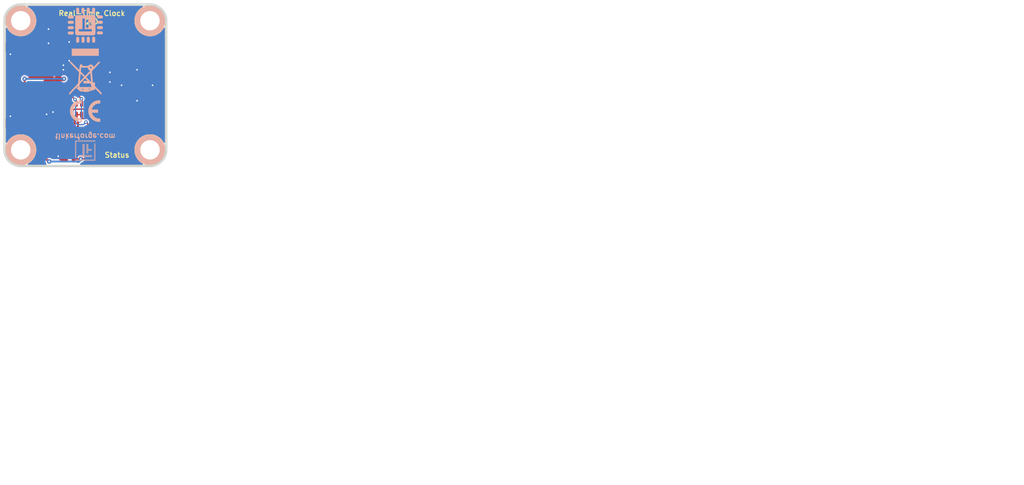
<source format=kicad_pcb>
(kicad_pcb (version 20221018) (generator pcbnew)
  (title_block (title "Real Time Clock Bricklet") (date "2018-01-15") (rev "2.0") (company "Tinkerforge GmbH") (comment 1 "Licensed under CERN OHL v.1.1") (comment 2 "Copyright (©) 2018, B.Nordmeyer <bastian@tinkerforge.com>"))
  (layers (0 "F.Cu" signal "Vorderseite") (31 "B.Cu" signal "Rückseite") (34 "B.Paste" user) (35 "F.Paste" user) (36 "B.SilkS" user "B.Silkscreen") (37 "F.SilkS" user "F.Silkscreen") (38 "B.Mask" user) (39 "F.Mask" user) (44 "Edge.Cuts" user))
  (net 0 "")
  (net 1 "GND")
  (net 2 "SCL")
  (net 3 "SDA")
  (net 4 "Net-(P1-Pad6)")
  (net 5 "Net-(U2-Pad1)")
  (net 6 "Net-(U2-Pad2)")
  (net 7 "3V3")
  (net 8 "Net-(BT1-Pad1)")
  (net 9 "Net-(C1-Pad1)")
  (net 10 "Net-(D1-Pad2)")
  (net 11 "Net-(P1-Pad4)")
  (net 12 "Net-(P1-Pad5)")
  (net 13 "Net-(P2-Pad1)")
  (net 14 "Net-(P3-Pad2)")
  (net 15 "S-MISO")
  (net 16 "S-MOSI")
  (net 17 "S-CLK")
  (net 18 "S-CS")
  (net 19 "INT")
  (net 20 "Net-(R1-Pad1)")
  (net 21 "Net-(P1-Pad1)")
  (net 22 "Net-(RP2-Pad4)")
  (net 23 "Net-(U1-Pad3)")
  (net 24 "Net-(U1-Pad4)")
  (net 25 "Net-(U1-Pad5)")
  (net 26 "Net-(U1-Pad6)")
  (net 27 "Net-(U1-Pad7)")
  (net 28 "Net-(U1-Pad8)")
  (net 29 "Net-(U1-Pad11)")
  (net 30 "Net-(U1-Pad12)")
  (net 31 "Net-(U1-Pad14)")
  (net 32 "Net-(U1-Pad15)")
  (net 33 "Net-(U1-Pad18)")
  (net 34 "Net-(U1-Pad21)")
  (footprint "kicad-libraries:DRILL_NP" (layer "F.Cu") (at 147.8 110.6 90)
    (fp_text reference "U4" hide)
    (fp_text value "DRILL" hide)
    (pad "" np_thru_hole circle (at 0 0 90) (size 2.99974 2.99974) (drill 2.99974) (layers "*.Cu" "*.Mask" "F.SilkS") (clearance 0.89916))
  )
  (footprint "kicad-libraries:DRILL_NP" (layer "F.Cu") (at 147.8 90.6)
    (fp_text reference "U5" hide)
    (fp_text value "DRILL" hide)
    (pad "" np_thru_hole circle (at 0 0) (size 2.99974 2.99974) (drill 2.99974) (layers "*.Cu" "*.Mask" "F.SilkS") (clearance 0.89916))
  )
  (footprint "kicad-libraries:DRILL_NP" (layer "F.Cu") (at 127.8 110.6 90)
    (fp_text reference "U6" hide)
    (fp_text value "DRILL" hide)
    (pad "" np_thru_hole circle (at 0 0 90) (size 2.99974 2.99974) (drill 2.99974) (layers "*.Cu" "*.Mask" "F.SilkS") (clearance 0.89916))
  )
  (footprint "kicad-libraries:SO-8" (layer "F.Cu") (at 137.2 98.2 180)
    (fp_text reference "U2")
    (fp_text value "PCF85263AT")
    (pad "1" smd rect (at -1.90246 2.86766) (size 0.79756 2.19964) (layers "F.Cu" "F.Paste" "F.Mask") (net 5 "Net-(U2-Pad1)"))
    (pad "2" smd rect (at -0.63246 2.86766) (size 0.79756 2.19964) (layers "F.Cu" "F.Paste" "F.Mask") (net 6 "Net-(U2-Pad2)"))
    (pad "3" smd rect (at 0.63246 2.86766) (size 0.79756 2.19964) (layers "F.Cu" "F.Paste" "F.Mask") (net 8 "Net-(BT1-Pad1)"))
    (pad "4" smd rect (at 1.90246 2.86766) (size 0.79756 2.19964) (layers "F.Cu" "F.Paste" "F.Mask") (net 1 "GND"))
    (pad "5" smd rect (at 1.90246 -2.86766 180) (size 0.79756 2.19964) (layers "F.Cu" "F.Paste" "F.Mask") (net 3 "SDA"))
    (pad "6" smd rect (at 0.63246 -2.86766 180) (size 0.79756 2.19964) (layers "F.Cu" "F.Paste" "F.Mask") (net 2 "SCL"))
    (pad "7" smd rect (at -0.63246 -2.86766 180) (size 0.79756 2.19964) (layers "F.Cu" "F.Paste" "F.Mask") (net 19 "INT"))
    (pad "8" smd rect (at -1.90246 -2.86766 180) (size 0.79756 2.19964) (layers "F.Cu" "F.Paste" "F.Mask") (net 7 "3V3"))
  )
  (footprint "kicad-libraries:DRILL_NP" (layer "F.Cu") (at 127.8 90.6 -90)
    (fp_text reference "U3" hide)
    (fp_text value "DRILL" hide)
    (pad "" np_thru_hole circle (at 0 0 270) (size 2.99974 2.99974) (drill 2.99974) (layers "*.Cu" "*.Mask" "F.SilkS") (clearance 0.89916))
  )
  (footprint "kicad-libraries:AB26TRQ" (layer "F.Cu") (at 132.1 93 90)
    (fp_text reference "X1")
    (fp_text value "32.768kHz")
    (pad "1" smd rect (at -0.45 5.55 90) (size 0.6 1.1) (layers "F.Cu" "F.Paste" "F.Mask") (net 6 "Net-(U2-Pad2)"))
    (pad "2" smd rect (at 0.45 5.55 90) (size 0.6 1.1) (layers "F.Cu" "F.Paste" "F.Mask") (net 5 "Net-(U2-Pad1)"))
    (pad "3" smd rect (at 0 0 90) (size 1.5 2.4) (layers "F.Cu" "F.Paste" "F.Mask") (net 1 "GND"))
  )
  (footprint "kicad-libraries:BATTERY_HOLDER_2998" (layer "F.Cu") (at 145.8 100.6 90)
    (fp_text reference "BT1")
    (fp_text value "BATTERY")
    (pad "1" smd rect (at -4.7 0 90) (size 1.78 5.08) (layers "F.Cu" "F.Paste" "F.Mask") (net 8 "Net-(BT1-Pad1)"))
    (pad "1" smd rect (at 4.7 0 90) (size 1.78 5.08) (layers "F.Cu" "F.Paste" "F.Mask") (net 8 "Net-(BT1-Pad1)"))
    (pad "2" smd rect (at 0 0 90) (size 3.96 3.96) (layers "F.Cu" "F.Mask") (net 1 "GND"))
  )
  (footprint "kicad-libraries:Fiducial_Mark" (layer "F.Cu") (at 144.8 107.6)
    (fp_text reference "Fiducial_Mark" hide)
    (fp_text value "VAL**" hide)
    (pad "1" smd circle (at 0 0) (size 1.00076 1.00076) (layers "F.Cu" "F.Paste" "F.Mask") (clearance 0.65024))
  )
  (footprint "kicad-libraries:Fiducial_Mark" (layer "F.Cu") (at 131.8 89.6)
    (fp_text reference "Fiducial_Mark" hide)
    (fp_text value "VAL**" hide)
    (pad "1" smd circle (at 0 0) (size 1.00076 1.00076) (layers "F.Cu" "F.Paste" "F.Mask") (clearance 0.65024))
  )
  (footprint "kicad-libraries:Fiducial_Mark" (layer "F.Cu") (at 143.8 93.1)
    (fp_text reference "Fiducial_Mark" hide)
    (fp_text value "VAL**" hide)
    (pad "1" smd circle (at 0 0) (size 1.00076 1.00076) (layers "F.Cu" "F.Paste" "F.Mask") (clearance 0.65024))
  )
  (footprint "kicad-libraries:C0805E" (layer "F.Cu") (at 132.1 98.7 90)
    (fp_text reference "C2")
    (fp_text value "10uF")
    (pad "1" smd rect (at -0.95 0 90) (size 1.3 1.5) (layers "F.Cu" "F.Paste" "F.Mask") (net 7 "3V3") (clearance 0.14986))
    (pad "2" smd rect (at 0.95 0 90) (size 1.3 1.5) (layers "F.Cu" "F.Paste" "F.Mask") (net 1 "GND") (clearance 0.14986))
  )
  (footprint "kicad-libraries:C0603F" (layer "F.Cu") (at 133.6 98.9 90)
    (fp_text reference "C3")
    (fp_text value "100nF")
    (pad "1" smd rect (at -0.75 0 90) (size 0.9 0.9) (layers "F.Cu" "F.Paste" "F.Mask") (net 7 "3V3"))
    (pad "2" smd rect (at 0.75 0 90) (size 0.9 0.9) (layers "F.Cu" "F.Paste" "F.Mask") (net 1 "GND"))
  )
  (footprint "kicad-libraries:C0603F" (layer "F.Cu") (at 135.4 112 180)
    (fp_text reference "C4")
    (fp_text value "100nF")
    (pad "1" smd rect (at -0.75 0 180) (size 0.9 0.9) (layers "F.Cu" "F.Paste" "F.Mask") (net 7 "3V3"))
    (pad "2" smd rect (at 0.75 0 180) (size 0.9 0.9) (layers "F.Cu" "F.Paste" "F.Mask") (net 1 "GND"))
  )
  (footprint "kicad-libraries:C0603F" (layer "F.Cu") (at 140.8 100.8 90)
    (fp_text reference "C5")
    (fp_text value "100nF")
    (pad "1" smd rect (at -0.75 0 90) (size 0.9 0.9) (layers "F.Cu" "F.Paste" "F.Mask") (net 7 "3V3"))
    (pad "2" smd rect (at 0.75 0 90) (size 0.9 0.9) (layers "F.Cu" "F.Paste" "F.Mask") (net 1 "GND"))
  )
  (footprint "kicad-libraries:C0603F" (layer "F.Cu") (at 140.8 97.8 -90)
    (fp_text reference "C6")
    (fp_text value "100nF")
    (pad "1" smd rect (at -0.75 0 270) (size 0.9 0.9) (layers "F.Cu" "F.Paste" "F.Mask") (net 8 "Net-(BT1-Pad1)"))
    (pad "2" smd rect (at 0.75 0 270) (size 0.9 0.9) (layers "F.Cu" "F.Paste" "F.Mask") (net 1 "GND"))
  )
  (footprint "kicad-libraries:D0603F" (layer "F.Cu") (at 142.7 109.9 180)
    (fp_text reference "D1")
    (fp_text value "blue")
    (pad "1" smd rect (at -0.75 0 180) (size 0.9 0.9) (layers "F.Cu" "F.Paste" "F.Mask") (net 7 "3V3"))
    (pad "2" smd rect (at 0.75 0 180) (size 0.9 0.9) (layers "F.Cu" "F.Paste" "F.Mask") (net 10 "Net-(D1-Pad2)"))
  )
  (footprint "kicad-libraries:CON-SENSOR2" (layer "F.Cu") (at 125.3 100.6 -90)
    (fp_text reference "P1")
    (fp_text value "CON-SENSOR")
    (pad "1" smd rect (at -3.75 -4.6 270) (size 0.6 1.8) (layers "F.Cu" "F.Paste" "F.Mask") (net 21 "Net-(P1-Pad1)"))
    (pad "2" smd rect (at -2.5 -4.6 270) (size 0.6 1.8) (layers "F.Cu" "F.Paste" "F.Mask") (net 1 "GND"))
    (pad "3" smd rect (at -1.25 -4.6 270) (size 0.6 1.8) (layers "F.Cu" "F.Paste" "F.Mask") (net 7 "3V3"))
    (pad "4" smd rect (at 0 -4.6 270) (size 0.6 1.8) (layers "F.Cu" "F.Paste" "F.Mask") (net 11 "Net-(P1-Pad4)"))
    (pad "5" smd rect (at 1.25 -4.6 270) (size 0.6 1.8) (layers "F.Cu" "F.Paste" "F.Mask") (net 12 "Net-(P1-Pad5)"))
    (pad "6" smd rect (at 2.5 -4.6 270) (size 0.6 1.8) (layers "F.Cu" "F.Paste" "F.Mask") (net 4 "Net-(P1-Pad6)"))
    (pad "7" smd rect (at 3.75 -4.6 270) (size 0.6 1.8) (layers "F.Cu" "F.Paste" "F.Mask") (net 9 "Net-(C1-Pad1)"))
    (pad "EP" smd rect (at -5.9 -1.2 270) (size 1.4 2.4) (layers "F.Cu" "F.Paste" "F.Mask") (net 1 "GND"))
    (pad "EP" smd rect (at 5.9 -1.2 270) (size 1.4 2.4) (layers "F.Cu" "F.Paste" "F.Mask") (net 1 "GND"))
  )
  (footprint "kicad-libraries:DEBUG_PAD" (layer "F.Cu") (at 138.9 108.4)
    (fp_text reference "P2")
    (fp_text value "Debug")
    (pad "1" smd circle (at 0 0) (size 0.7 0.7) (layers "F.Cu" "F.Paste" "F.Mask") (net 13 "Net-(P2-Pad1)"))
  )
  (footprint "kicad-libraries:SolderJumper" (layer "F.Cu") (at 131.8 106.3 -90)
    (fp_text reference "P3")
    (fp_text value "Boot")
    (pad "1" smd rect (at -0.5 0 270) (size 0.4 1.4) (layers "F.Cu" "F.Mask") (net 1 "GND"))
    (pad "1" smd rect (at -0.225 -0.55 270) (size 0.95 0.3) (layers "F.Cu" "F.Mask") (net 1 "GND"))
    (pad "1" smd rect (at -0.225 0.55 270) (size 0.95 0.3) (layers "F.Cu" "F.Mask") (net 1 "GND"))
    (pad "2" smd rect (at 0.15 0 270) (size 0.6 0.5) (layers "F.Cu" "F.Mask") (net 14 "Net-(P3-Pad2)"))
    (pad "2" smd rect (at 0.55 0 270) (size 0.3 1.4) (layers "F.Cu" "F.Mask") (net 14 "Net-(P3-Pad2)"))
  )
  (footprint "kicad-libraries:R0603F" (layer "F.Cu") (at 139.6 109.9)
    (fp_text reference "R1")
    (fp_text value "1k")
    (pad "1" smd rect (at -0.75 0) (size 0.9 0.9) (layers "F.Cu" "F.Paste" "F.Mask") (net 20 "Net-(R1-Pad1)"))
    (pad "2" smd rect (at 0.75 0) (size 0.9 0.9) (layers "F.Cu" "F.Paste" "F.Mask") (net 10 "Net-(D1-Pad2)"))
  )
  (footprint "kicad-libraries:4X0402" (layer "F.Cu") (at 132.3 102.4 -90)
    (fp_text reference "RP1")
    (fp_text value "82")
    (pad "1" smd rect (at -0.7493 0.575 90) (size 0.29972 0.65) (layers "F.Cu" "F.Paste" "F.Mask") (net 11 "Net-(P1-Pad4)"))
    (pad "2" smd rect (at -0.24892 0.575 90) (size 0.29972 0.65) (layers "F.Cu" "F.Paste" "F.Mask") (net 12 "Net-(P1-Pad5)"))
    (pad "3" smd rect (at 0.24892 0.575 90) (size 0.29972 0.65) (layers "F.Cu" "F.Paste" "F.Mask") (net 4 "Net-(P1-Pad6)"))
    (pad "4" smd rect (at 0.7493 0.575 90) (size 0.29972 0.65) (layers "F.Cu" "F.Paste" "F.Mask") (net 9 "Net-(C1-Pad1)"))
    (pad "5" smd rect (at 0.7493 -0.575 270) (size 0.29972 0.65) (layers "F.Cu" "F.Paste" "F.Mask") (net 15 "S-MISO"))
    (pad "6" smd rect (at 0.24892 -0.575 270) (size 0.29972 0.65) (layers "F.Cu" "F.Paste" "F.Mask") (net 16 "S-MOSI"))
    (pad "7" smd rect (at -0.24892 -0.575 270) (size 0.29972 0.65) (layers "F.Cu" "F.Paste" "F.Mask") (net 17 "S-CLK"))
    (pad "8" smd rect (at -0.7493 -0.575 270) (size 0.29972 0.65) (layers "F.Cu" "F.Paste" "F.Mask") (net 18 "S-CS"))
  )
  (footprint "kicad-libraries:4X0603" (layer "F.Cu") (at 137.6 104.3)
    (fp_text reference "RP2")
    (fp_text value "2k2")
    (pad "1" smd rect (at -1.19888 -0.8509) (size 0.44958 0.89916) (layers "F.Cu" "F.Paste" "F.Mask") (net 3 "SDA"))
    (pad "2" smd rect (at -0.39878 -0.8509) (size 0.44958 0.89916) (layers "F.Cu" "F.Paste" "F.Mask") (net 2 "SCL"))
    (pad "3" smd rect (at 0.39878 -0.8509) (size 0.44958 0.89916) (layers "F.Cu" "F.Paste" "F.Mask") (net 19 "INT"))
    (pad "4" smd rect (at 1.19888 -0.8509) (size 0.44958 0.89916) (layers "F.Cu" "F.Paste" "F.Mask") (net 22 "Net-(RP2-Pad4)"))
    (pad "5" smd rect (at 1.19888 0.8509) (size 0.44958 0.89916) (layers "F.Cu" "F.Paste" "F.Mask") (net 7 "3V3"))
    (pad "6" smd rect (at 0.39878 0.8509) (size 0.44958 0.89916) (layers "F.Cu" "F.Paste" "F.Mask") (net 7 "3V3"))
    (pad "7" smd rect (at -0.39878 0.8509) (size 0.44958 0.89916) (layers "F.Cu" "F.Paste" "F.Mask") (net 7 "3V3"))
    (pad "8" smd rect (at -1.19888 0.8509) (size 0.44958 0.89916) (layers "F.Cu" "F.Paste" "F.Mask") (net 7 "3V3"))
  )
  (footprint "kicad-libraries:QFN24-4x4mm-0.5mm" (layer "F.Cu") (at 135.4 108.7)
    (fp_text reference "U1")
    (fp_text value "XMC1100")
    (pad "1" smd oval (at -2.025 -1.25) (size 1 0.3) (layers "F.Cu" "F.Paste" "F.Mask") (net 15 "S-MISO"))
    (pad "2" smd oval (at -2.025 -0.75) (size 1 0.3) (layers "F.Cu" "F.Paste" "F.Mask") (net 14 "Net-(P3-Pad2)"))
    (pad "3" smd oval (at -2.025 -0.25) (size 1 0.3) (layers "F.Cu" "F.Paste" "F.Mask") (net 23 "Net-(U1-Pad3)"))
    (pad "4" smd oval (at -2.025 0.25) (size 1 0.3) (layers "F.Cu" "F.Paste" "F.Mask") (net 24 "Net-(U1-Pad4)"))
    (pad "5" smd oval (at -2.025 0.75) (size 1 0.3) (layers "F.Cu" "F.Paste" "F.Mask") (net 25 "Net-(U1-Pad5)"))
    (pad "6" smd oval (at -2.025 1.25) (size 1 0.3) (layers "F.Cu" "F.Paste" "F.Mask") (net 26 "Net-(U1-Pad6)"))
    (pad "7" smd oval (at -1.25 2.025 90) (size 1 0.3) (layers "F.Cu" "F.Paste" "F.Mask") (net 27 "Net-(U1-Pad7)"))
    (pad "8" smd oval (at -0.75 2.025 90) (size 1 0.3) (layers "F.Cu" "F.Paste" "F.Mask") (net 28 "Net-(U1-Pad8)"))
    (pad "9" smd oval (at -0.25 2.025 90) (size 1 0.3) (layers "F.Cu" "F.Paste" "F.Mask") (net 1 "GND"))
    (pad "10" smd oval (at 0.25 2.025 90) (size 1 0.3) (layers "F.Cu" "F.Paste" "F.Mask") (net 7 "3V3"))
    (pad "11" smd oval (at 0.75 2.025 90) (size 1 0.3) (layers "F.Cu" "F.Paste" "F.Mask") (net 29 "Net-(U1-Pad11)"))
    (pad "12" smd oval (at 1.25 2.025 90) (size 1 0.3) (layers "F.Cu" "F.Paste" "F.Mask") (net 30 "Net-(U1-Pad12)"))
    (pad "13" smd oval (at 2.025 1.25) (size 1 0.3) (layers "F.Cu" "F.Paste" "F.Mask") (net 20 "Net-(R1-Pad1)"))
    (pad "14" smd oval (at 2.025 0.75) (size 1 0.3) (layers "F.Cu" "F.Paste" "F.Mask") (net 31 "Net-(U1-Pad14)"))
    (pad "15" smd oval (at 2.025 0.25) (size 1 0.3) (layers "F.Cu" "F.Paste" "F.Mask") (net 32 "Net-(U1-Pad15)"))
    (pad "16" smd oval (at 2.025 -0.25) (size 1 0.3) (layers "F.Cu" "F.Paste" "F.Mask") (net 13 "Net-(P2-Pad1)"))
    (pad "17" smd oval (at 2.025 -0.75) (size 1 0.3) (layers "F.Cu" "F.Paste" "F.Mask") (net 3 "SDA"))
    (pad "18" smd oval (at 2.025 -1.25) (size 1 0.3) (layers "F.Cu" "F.Paste" "F.Mask") (net 33 "Net-(U1-Pad18)"))
    (pad "19" smd oval (at 1.25 -2.025 90) (size 1 0.3) (layers "F.Cu" "F.Paste" "F.Mask") (net 2 "SCL"))
    (pad "20" smd oval (at 0.75 -2.025 90) (size 1 0.3) (layers "F.Cu" "F.Paste" "F.Mask") (net 19 "INT"))
    (pad "21" smd oval (at 0.25 -2.025 90) (size 1 0.3) (layers "F.Cu" "F.Paste" "F.Mask") (net 34 "Net-(U1-Pad21)"))
    (pad "22" smd oval (at -0.25 -2.025 90) (size 1 0.3) (layers "F.Cu" "F.Paste" "F.Mask") (net 18 "S-CS"))
    (pad "23" smd oval (at -0.75 -2.025 90) (size 1 0.3) (layers "F.Cu" "F.Paste" "F.Mask") (net 17 "S-CLK"))
    (pad "24" smd oval (at -1.25 -2.025 90) (size 1 0.3) (layers "F.Cu" "F.Paste" "F.Mask") (net 16 "S-MOSI"))
    (pad "EXP" smd rect (at -0.65 -0.65) (size 1.3 1.3) (layers "F.Cu" "F.Paste" "F.Mask") (net 1 "GND"))
    (pad "EXP" smd rect (at -0.65 0.65) (size 1.3 1.3) (layers "F.Cu" "F.Paste" "F.Mask") (net 1 "GND"))
    (pad "EXP" smd rect (at 0.65 -0.65) (size 1.3 1.3) (layers "F.Cu" "F.Paste" "F.Mask") (net 1 "GND"))
    (pad "EXP" smd rect (at 0.65 0.65) (size 1.3 1.3) (layers "F.Cu" "F.Paste" "F.Mask") (net 1 "GND"))
  )
  (footprint "kicad-libraries:C0402F" (layer "F.Cu") (at 132.3 104.1)
    (fp_text reference "C1")
    (fp_text value "220pF")
    (pad "1" smd rect (at -0.5 0) (size 0.6 0.7) (layers "F.Cu" "F.Paste" "F.Mask") (net 9 "Net-(C1-Pad1)"))
    (pad "2" smd rect (at 0.5 0) (size 0.6 0.7) (layers "F.Cu" "F.Paste" "F.Mask") (net 1 "GND"))
  )
  (footprint "kicad-libraries:Logo_31x31" (layer "B.Cu") (at 136.2 112.3)
    (fp_text reference "G***" hide)
    (fp_text value "Logo_31x31" hide)
  )
  (footprint "kicad-libraries:WEEE_7mm" (layer "B.Cu") (at 137.8 98.5)
    (fp_text reference "VAL" hide)
    (fp_text value "WEEE_7mm_back" hide)
  )
  (footprint "kicad-libraries:CE_5mm" (layer "B.Cu") (at 137.8 104.6)
    (fp_text reference "VAL" hide)
    (fp_text value "CE_5mm" hide)
  )
  (footprint "kicad-libraries:Logo_CoMCU" (layer "B.Cu") (at 137.8 91.3)
    (fp_text reference "G***" hide)
    (fp_text value "LOGO" hide)
  )
  (gr_line (start 127.8 113.1) (end 147.8 113.1) (stroke (width 0.381)) (layer "Edge.Cuts"))
  (gr_line (start 147.8 88.1) (end 127.8 88.1) (stroke (width 0.381)) (layer "Edge.Cuts"))
  (gr_arc (start 127.8 113.1) (mid 126.032233 112.367767) (end 125.3 110.6) (stroke (width 0.381)) (layer "Edge.Cuts"))
  (gr_line (start 150.3 110.6) (end 150.3 90.6) (stroke (width 0.381)) (layer "Edge.Cuts"))
  (gr_arc (start 150.3 110.6) (mid 149.567767 112.367767) (end 147.8 113.1) (stroke (width 0.381)) (layer "Edge.Cuts"))
  (gr_arc (start 125.3 90.6) (mid 126.032233 88.832233) (end 127.8 88.1) (stroke (width 0.381)) (layer "Edge.Cuts"))
  (gr_line (start 125.3 90.6) (end 125.3 110.6) (stroke (width 0.381)) (layer "Edge.Cuts"))
  (gr_arc (start 147.8 88.1) (mid 149.567767 88.832233) (end 150.3 90.6) (stroke (width 0.381)) (layer "Edge.Cuts"))
  (gr_text "tinkerforge.com" (at 137.8 108.5 180) (layer "B.SilkS") (effects (font (size 0.8001 0.8001) (thickness 0.14986)) (justify mirror)))
  (gr_text "Real-Time Clock\n2.0" (at 138.8 90.1) (layer "F.SilkS") (effects (font (size 0.8001 0.8001) (thickness 0.14986))))
  (gr_text "Status" (at 142.7 111.4) (layer "F.SilkS") (effects (font (size 0.8001 0.8001) (thickness 0.14986))))
  (segment (start 126.19916 105.40084) (end 126.2 105.4) (width 0.8001) (layer "F.Cu") (net 1))
  (segment (start 126.19916 95.79916) (end 126.2 95.8) (width 0.8001) (layer "F.Cu") (net 1))
  (segment (start 130.9 98.1) (end 131.25 97.75) (width 0.59944) (layer "F.Cu") (net 1))
  (segment (start 131.25 97.75) (end 132.1 97.75) (width 0.59944) (layer "F.Cu") (net 1))
  (segment (start 132.75 97.75) (end 133.15 98.15) (width 0.59944) (layer "F.Cu") (net 1))
  (segment (start 133.15 98.15) (end 133.6 98.15) (width 0.59944) (layer "F.Cu") (net 1))
  (segment (start 134.35 98.15) (end 134.4 98.2) (width 0.59944) (layer "F.Cu") (net 1))
  (segment (start 133.75 98.15) (end 134.4 97.5) (width 0.59944) (layer "F.Cu") (net 1))
  (segment (start 134 112) (end 133.6 111.6) (width 0.5) (layer "F.Cu") (net 1))
  (segment (start 135.15 111.25) (end 134.65 111.75) (width 0.29972) (layer "F.Cu") (net 1))
  (segment (start 134.65 111.75) (end 134.65 112) (width 0.29972) (layer "F.Cu") (net 1))
  (segment (start 135.15 109.75) (end 134.75 109.35) (width 0.29972) (layer "F.Cu") (net 1))
  (segment (start 141.55 100.05) (end 141.6 100.1) (width 0.5) (layer "F.Cu") (net 1))
  (segment (start 141.55 98.55) (end 141.6 98.6) (width 0.5) (layer "F.Cu") (net 1))
  (segment (start 135.29754 96.79754) (end 135.3 96.8) (width 0.5) (layer "F.Cu") (net 1))
  (segment (start 135.29754 93.90246) (end 135.3 93.9) (width 0.5) (layer "F.Cu") (net 1))
  (segment (start 131.25 105.85) (end 131.3 105.8) (width 0.2) (layer "F.Cu") (net 1))
  (segment (start 131.3 105.8) (end 131.8 105.8) (width 0.2) (layer "F.Cu") (net 1))
  (segment (start 132.3 105.8) (end 132.3 106.2) (width 0.2) (layer "F.Cu") (net 1))
  (segment (start 132.3 106.2) (end 132.35 106.075) (width 0.2) (layer "F.Cu") (net 1))
  (segment (start 132.1 93) (end 132.1 91.9) (width 0.5) (layer "F.Cu") (net 1))
  (segment (start 140.8 98.55) (end 141.55 98.55) (width 0.5) (layer "F.Cu") (net 1))
  (segment (start 131.25 106.075) (end 131.25 105.85) (width 0.2) (layer "F.Cu") (net 1))
  (segment (start 134.65 112) (end 134 112) (width 0.5) (layer "F.Cu") (net 1))
  (segment (start 126.19916 106.39882) (end 126.19916 105.40084) (width 0.8001) (layer "F.Cu") (net 1))
  (segment (start 135.15 110.725) (end 135.15 109.75) (width 0.29972) (layer "F.Cu") (net 1))
  (segment (start 133.6 98.15) (end 133.75 98.15) (width 0.59944) (layer "F.Cu") (net 1))
  (segment (start 131.8 105.8) (end 131.8 105.1) (width 0.2) (layer "F.Cu") (net 1))
  (segment (start 145.8 100.6) (end 145.8 98.2) (width 0.8001) (layer "F.Cu") (net 1))
  (segment (start 126.19916 94.80118) (end 126.19916 95.79916) (width 0.8001) (layer "F.Cu") (net 1))
  (segment (start 132.1 97.75) (end 132.75 97.75) (width 0.59944) (layer "F.Cu") (net 1))
  (segment (start 132.8 104.1) (end 132.8 104.75) (width 0.5) (layer "F.Cu") (net 1))
  (segment (start 134.75 109.35) (end 136.05 109.35) (width 0.29972) (layer "F.Cu") (net 1))
  (segment (start 145.8 100.6) (end 148.2 100.6) (width 0.8001) (layer "F.Cu") (net 1))
  (segment (start 131.8 105.8) (end 132.3 105.8) (width 0.2) (layer "F.Cu") (net 1))
  (segment (start 140.8 100.05) (end 141.55 100.05) (width 0.5) (layer "F.Cu") (net 1))
  (segment (start 135.29754 95.33234) (end 135.29754 93.90246) (width 0.5) (layer "F.Cu") (net 1))
  (segment (start 129.9 98.1) (end 130.9 98.1) (width 0.59944) (layer "F.Cu") (net 1))
  (segment (start 145.8 100.6) (end 145.8 103) (width 0.8001) (layer "F.Cu") (net 1))
  (segment (start 135.15 110.725) (end 135.15 111.25) (width 0.29972) (layer "F.Cu") (net 1))
  (segment (start 135.29754 95.33234) (end 135.29754 96.79754) (width 0.5) (layer "F.Cu") (net 1))
  (segment (start 132.1 93) (end 132.1 94.1) (width 0.5) (layer "F.Cu") (net 1))
  (segment (start 136.05 109.35) (end 136.05 108.05) (width 0.29972) (layer "F.Cu") (net 1))
  (segment (start 134.75 109.35) (end 134.75 108.05) (width 0.29972) (layer "F.Cu") (net 1))
  (segment (start 145.8 100.6) (end 143.4 100.6) (width 0.8001) (layer "F.Cu") (net 1))
  (segment (start 133.6 98.15) (end 134.35 98.15) (width 0.59944) (layer "F.Cu") (net 1))
  (via (at 143.4 100.6) (size 0.70104) (drill 0.24892) (layers "F.Cu" "B.Cu") (net 1))
  (via (at 141.6 98.6) (size 0.7) (drill 0.25) (layers "F.Cu" "B.Cu") (net 1))
  (via (at 135.3 93.9) (size 0.7) (drill 0.25) (layers "F.Cu" "B.Cu") (net 1))
  (via (at 141.6 100.1) (size 0.7) (drill 0.25) (layers "F.Cu" "B.Cu") (net 1))
  (via (at 148.2 100.6) (size 0.70104) (drill 0.24892) (layers "F.Cu" "B.Cu") (net 1))
  (via (at 132.8 104.75) (size 0.55) (drill 0.25) (layers "F.Cu" "B.Cu") (net 1))
  (via (at 135.3 96.8) (size 0.7) (drill 0.25) (layers "F.Cu" "B.Cu") (net 1))
  (via (at 134.4 97.5) (size 0.7) (drill 0.25) (layers "F.Cu" "B.Cu") (net 1))
  (via (at 133.6 111.6) (size 0.7) (drill 0.25) (layers "F.Cu" "B.Cu") (net 1))
  (via (at 132.1 94.1) (size 0.7) (drill 0.25) (layers "F.Cu" "B.Cu") (net 1))
  (via (at 132.1 91.9) (size 0.7) (drill 0.25) (layers "F.Cu" "B.Cu") (net 1))
  (via (at 126.2 105.4) (size 0.70104) (drill 0.24892) (layers "F.Cu" "B.Cu") (net 1))
  (via (at 145.8 98.2) (size 0.70104) (drill 0.24892) (layers "F.Cu" "B.Cu") (net 1))
  (via (at 126.2 95.8) (size 0.70104) (drill 0.24892) (layers "F.Cu" "B.Cu") (net 1))
  (via (at 134.4 98.2) (size 0.7) (drill 0.25) (layers "F.Cu" "B.Cu") (net 1))
  (via (at 131.8 105.1) (size 0.7) (drill 0.25) (layers "F.Cu" "B.Cu") (net 1))
  (via (at 145.8 103) (size 0.70104) (drill 0.24892) (layers "F.Cu" "B.Cu") (net 1))
  (segment (start 136.56754 102.06754) (end 137.2 102.7) (width 0.2) (layer "F.Cu") (net 2))
  (segment (start 137.20122 102.70122) (end 137.20122 103.4491) (width 0.2) (layer "F.Cu") (net 2))
  (segment (start 136.65 106.35) (end 136.9 106.1) (width 0.2) (layer "F.Cu") (net 2))
  (segment (start 137.2 102.7) (end 137.20122 102.70122) (width 0.2) (layer "F.Cu") (net 2))
  (segment (start 136.65 106.675) (end 136.65 106.35) (width 0.2) (layer "F.Cu") (net 2))
  (segment (start 136.56754 101.06766) (end 136.56754 102.06754) (width 0.2) (layer "F.Cu") (net 2))
  (via (at 136.9 106.1) (size 0.55) (drill 0.25) (layers "F.Cu" "B.Cu") (net 2))
  (via (at 137.2 102.7) (size 0.55) (drill 0.25) (layers "F.Cu" "B.Cu") (net 2))
  (segment (start 136.9 106.1) (end 137.2 105.8) (width 0.2) (layer "B.Cu") (net 2))
  (segment (start 137.2 105.8) (end 137.2 102.7) (width 0.2) (layer "B.Cu") (net 2))
  (segment (start 136.40112 103.00112) (end 136.2 102.8) (width 0.2) (layer "F.Cu") (net 3))
  (segment (start 135.29754 101.89754) (end 135.29754 101.06766) (width 0.2) (layer "F.Cu") (net 3))
  (segment (start 136.2 102.8) (end 135.29754 101.89754) (width 0.2) (layer "F.Cu") (net 3))
  (segment (start 137.95 107.95) (end 138.2 107.7) (width 0.2) (layer "F.Cu") (net 3))
  (segment (start 138.2 107.7) (end 138.2 106.6) (width 0.2) (layer "F.Cu") (net 3))
  (segment (start 138.2 106.6) (end 137.9 106.3) (width 0.2) (layer "F.Cu") (net 3))
  (segment (start 137.425 107.95) (end 137.95 107.95) (width 0.2) (layer "F.Cu") (net 3))
  (segment (start 136.40112 103.4491) (end 136.40112 103.00112) (width 0.2) (layer "F.Cu") (net 3))
  (via (at 137.9 106.3) (size 0.55) (drill 0.25) (layers "F.Cu" "B.Cu") (net 3))
  (via (at 136.2 102.8) (size 0.55) (drill 0.25) (layers "F.Cu" "B.Cu") (net 3))
  (segment (start 137.9 106.3) (end 137.5 106.7) (width 0.2) (layer "B.Cu") (net 3))
  (segment (start 137.5 106.7) (end 136.6 106.7) (width 0.2) (layer "B.Cu") (net 3))
  (segment (start 136.6 106.7) (end 136.3 106.4) (width 0.2) (layer "B.Cu") (net 3))
  (segment (start 136.3 106.4) (end 136.3 102.9) (width 0.2) (layer "B.Cu") (net 3))
  (segment (start 136.3 102.9) (end 136.2 102.8) (width 0.2) (layer "B.Cu") (net 3))
  (segment (start 130.14338 103.16754) (end 130.0752 103.09936) (width 0.29972) (layer "F.Cu") (net 4))
  (segment (start 130.6 103.1) (end 131.05108 102.64892) (width 0.2) (layer "F.Cu") (net 4))
  (segment (start 131.05108 102.64892) (end 131.725 102.64892) (width 0.2) (layer "F.Cu") (net 4))
  (segment (start 129.9 103.1) (end 130.6 103.1) (width 0.2) (layer "F.Cu") (net 4))
  (segment (start 139.10246 93.40246) (end 138.25 92.55) (width 0.29972) (layer "F.Cu") (net 5))
  (segment (start 138.25 92.55) (end 137.65 92.55) (width 0.29972) (layer "F.Cu") (net 5))
  (segment (start 139.10246 95.33234) (end 139.10246 93.40246) (width 0.29972) (layer "F.Cu") (net 5))
  (segment (start 137.65 95.14988) (end 137.83246 95.33234) (width 0.29972) (layer "F.Cu") (net 6))
  (segment (start 137.65 93.45) (end 137.65 95.14988) (width 0.29972) (layer "F.Cu") (net 6))
  (segment (start 139.4 106.4) (end 138.79888 105.79888) (width 0.2) (layer "F.Cu") (net 7))
  (segment (start 138.79888 105.79888) (end 138.79888 105.1509) (width 0.2) (layer "F.Cu") (net 7))
  (segment (start 137.99878 105.59878) (end 138.15 105.75) (width 0.2) (layer "F.Cu") (net 7))
  (segment (start 138.19888 105.79888) (end 138.79888 105.79888) (width 0.2) (layer "F.Cu") (net 7))
  (segment (start 138.15 105.75) (end 138.19888 105.79888) (width 0.2) (layer "F.Cu") (net 7))
  (segment (start 137.35 105.75) (end 137.20122 105.60122) (width 0.2) (layer "F.Cu") (net 7))
  (segment (start 137.20122 105.60122) (end 137.20122 105.1509) (width 0.2) (layer "F.Cu") (net 7))
  (segment (start 139.4 106) (end 140.8 104.6) (width 0.2) (layer "F.Cu") (net 7))
  (segment (start 140.8 104.6) (end 140.8 101.55) (width 0.2) (layer "F.Cu") (net 7))
  (segment (start 139.5848 101.55) (end 139.10246 101.06766) (width 0.2) (layer "F.Cu") (net 7))
  (segment (start 131.8 99.35) (end 132.1 99.65) (width 0.59944) (layer "F.Cu") (net 7))
  (segment (start 134.45 99.65) (end 134.5 99.6) (width 0.59944) (layer "F.Cu") (net 7))
  (segment (start 128.4 99.6) (end 128.4 105.2) (width 0.29972) (layer "F.Cu") (net 7))
  (segment (start 128.4 105.2) (end 131.8 108.6) (width 0.29972) (layer "F.Cu") (net 7))
  (segment (start 135.65 111.25) (end 136.15 111.75) (width 0.29972) (layer "F.Cu") (net 7))
  (segment (start 136.15 111.75) (end 136.15 112) (width 0.29972) (layer "F.Cu") (net 7))
  (segment (start 138.8 112) (end 139.6 111.2) (width 0.2) (layer "F.Cu") (net 7))
  (segment (start 139.6 111.2) (end 139.6 106.6) (width 0.2) (layer "F.Cu") (net 7))
  (segment (start 139.6 106.6) (end 139.4 106.4) (width 0.2) (layer "F.Cu") (net 7))
  (segment (start 143.45 110.55) (end 143.2 110.8) (width 0.2) (layer "F.Cu") (net 7))
  (segment (start 143.2 110.8) (end 140 110.8) (width 0.2) (layer "F.Cu") (net 7))
  (segment (start 140 110.8) (end 139.6 111.2) (width 0.2) (layer "F.Cu") (net 7))
  (segment (start 132.1 112.4) (end 131.8 112.1) (width 0.29972) (layer "F.Cu") (net 7))
  (segment (start 131.8 112.1) (end 131.8 108.6) (width 0.29972) (layer "F.Cu") (net 7))
  (segment (start 136.40112 105.1509) (end 137.20122 105.1509) (width 0.2) (layer "F.Cu") (net 7))
  (segment (start 129.9 99.35) (end 131.8 99.35) (width 0.59944) (layer "F.Cu") (net 7))
  (segment (start 135.65 110.725) (end 135.65 111.25) (width 0.29972) (layer "F.Cu") (net 7))
  (segment (start 132.2 112.4) (end 132.1 112.4) (width 0.29972) (layer "F.Cu") (net 7))
  (segment (start 136.15 112) (end 137.1 112) (width 0.2) (layer "F.Cu") (net 7))
  (segment (start 138.15 105.75) (end 137.35 105.75) (width 0.2) (layer "F.Cu") (net 7))
  (segment (start 137.99878 105.1509) (end 137.99878 105.59878) (width 0.2) (layer "F.Cu") (net 7))
  (segment (start 133.6 99.65) (end 134.45 99.65) (width 0.59944) (layer "F.Cu") (net 7))
  (segment (start 132.1 99.65) (end 133.6 99.65) (width 0.59944) (layer "F.Cu") (net 7))
  (segment (start 137.1 112) (end 138.8 112) (width 0.2) (layer "F.Cu") (net 7))
  (segment (start 140.8 101.55) (end 139.5848 101.55) (width 0.2) (layer "F.Cu") (net 7))
  (segment (start 143.45 109.9) (end 143.45 110.55) (width 0.2) (layer "F.Cu") (net 7))
  (segment (start 139.4 106.4) (end 139.4 106) (width 0.2) (layer "F.Cu") (net 7))
  (via (at 134.5 99.6) (size 0.7) (drill 0.25) (layers "F.Cu" "B.Cu") (net 7))
  (via (at 132.2 112.4) (size 0.7) (drill 0.25) (layers "F.Cu" "B.Cu") (net 7))
  (via (at 137.1 112) (size 0.7) (drill 0.25) (layers "F.Cu" "B.Cu") (net 7))
  (via (at 128.4 99.6) (size 0.7) (drill 0.25) (layers "F.Cu" "B.Cu") (net 7))
  (segment (start 134.5 99.6) (end 128.4 99.6) (width 0.29972) (layer "B.Cu") (net 7))
  (segment (start 132.2 112.4) (end 136.7 112.4) (width 0.29972) (layer "B.Cu") (net 7))
  (segment (start 136.7 112.4) (end 137.1 112) (width 0.5) (layer "B.Cu") (net 7))
  (segment (start 143.6 105.3) (end 145.8 105.3) (width 0.5) (layer "F.Cu") (net 8))
  (segment (start 148.4 105.3) (end 149.3 104.4) (width 0.5) (layer "F.Cu") (net 8))
  (segment (start 149.3 104.4) (end 149.3 97.2) (width 0.5) (layer "F.Cu") (net 8))
  (segment (start 149.3 97.2) (end 148 95.9) (width 0.5) (layer "F.Cu") (net 8))
  (segment (start 148 95.9) (end 145.8 95.9) (width 0.5) (layer "F.Cu") (net 8))
  (segment (start 136.56754 96.36754) (end 137.3 97.1) (width 0.5) (layer "F.Cu") (net 8))
  (segment (start 137.3 97.1) (end 140.75 97.1) (width 0.5) (layer "F.Cu") (net 8))
  (segment (start 140.75 97.1) (end 140.8 97.05) (width 0.5) (layer "F.Cu") (net 8))
  (segment (start 141.65 97.05) (end 142.8 95.9) (width 0.5) (layer "F.Cu") (net 8))
  (segment (start 142.8 95.9) (end 145.8 95.9) (width 0.5) (layer "F.Cu") (net 8))
  (segment (start 136.56754 95.33234) (end 136.56754 96.36754) (width 0.5) (layer "F.Cu") (net 8))
  (segment (start 140.8 97.05) (end 141.65 97.05) (width 0.5) (layer "F.Cu") (net 8))
  (segment (start 145.8 105.3) (end 148.4 105.3) (width 0.5) (layer "F.Cu") (net 8))
  (segment (start 131.725 104.025) (end 131.65 104.1) (width 0.2) (layer "F.Cu") (net 9))
  (segment (start 130.95 104.35) (end 131.2 104.1) (width 0.2) (layer "F.Cu") (net 9))
  (segment (start 131.2 104.1) (end 131.65 104.1) (width 0.2) (layer "F.Cu") (net 9))
  (segment (start 129.9 104.35) (end 130.95 104.35) (width 0.2) (layer "F.Cu") (net 9))
  (segment (start 131.725 103.1493) (end 131.725 104.025) (width 0.2) (layer "F.Cu") (net 9))
  (segment (start 140.35 109.9) (end 141.95 109.9) (width 0.2) (layer "F.Cu") (net 10))
  (segment (start 130.4 100.6) (end 131.4507 101.6507) (width 0.2) (layer "F.Cu") (net 11))
  (segment (start 131.4507 101.6507) (end 131.725 101.6507) (width 0.2) (layer "F.Cu") (net 11))
  (segment (start 129.9 100.6) (end 130.4 100.6) (width 0.2) (layer "F.Cu") (net 11))
  (segment (start 131.35108 102.15108) (end 131.05 101.85) (width 0.2) (layer "F.Cu") (net 12))
  (segment (start 131.05 101.85) (end 129.9 101.85) (width 0.2) (layer "F.Cu") (net 12))
  (segment (start 131.725 102.15108) (end 131.35108 102.15108) (width 0.2) (layer "F.Cu") (net 12))
  (segment (start 138.85 108.45) (end 138.9 108.4) (width 0.2) (layer "F.Cu") (net 13))
  (segment (start 137.425 108.45) (end 138.85 108.45) (width 0.2) (layer "F.Cu") (net 13))
  (segment (start 132.55 107.95) (end 131.8 107.2) (width 0.2) (layer "F.Cu") (net 14))
  (segment (start 131.8 107.2) (end 131.8 106.85) (width 0.2) (layer "F.Cu") (net 14))
  (segment (start 133.375 107.95) (end 132.55 107.95) (width 0.2) (layer "F.Cu") (net 14))
  (segment (start 131.8 106.85) (end 131.8 106.45) (width 0.2) (layer "F.Cu") (net 14))
  (segment (start 133.2493 103.1493) (end 133.6 103.5) (width 0.2) (layer "F.Cu") (net 15))
  (segment (start 133.6 103.5) (end 133.6 107.225) (width 0.2) (layer "F.Cu") (net 15))
  (segment (start 133.6 107.225) (end 133.375 107.45) (width 0.2) (layer "F.Cu") (net 15))
  (segment (start 132.875 103.1493) (end 133.2493 103.1493) (width 0.2) (layer "F.Cu") (net 15))
  (segment (start 134.15 103.45) (end 133.34892 102.64892) (width 0.2) (layer "F.Cu") (net 16))
  (segment (start 133.34892 102.64892) (end 132.875 102.64892) (width 0.2) (layer "F.Cu") (net 16))
  (segment (start 134.15 106.675) (end 134.15 103.45) (width 0.2) (layer "F.Cu") (net 16))
  (segment (start 133.45108 102.15108) (end 132.875 102.15108) (width 0.2) (layer "F.Cu") (net 17))
  (segment (start 134.65 103.35) (end 133.45108 102.15108) (width 0.2) (layer "F.Cu") (net 17))
  (segment (start 134.65 106.675) (end 134.65 103.35) (width 0.2) (layer "F.Cu") (net 17))
  (segment (start 135.15 103.15) (end 133.6507 101.6507) (width 0.2) (layer "F.Cu") (net 18))
  (segment (start 133.6507 101.6507) (end 132.875 101.6507) (width 0.2) (layer "F.Cu") (net 18))
  (segment (start 135.15 106.675) (end 135.15 103.15) (width 0.2) (layer "F.Cu") (net 18))
  (segment (start 137.83246 102.43246) (end 137.99878 102.59878) (width 0.2) (layer "F.Cu") (net 19))
  (segment (start 137.99878 102.59878) (end 137.99878 103.4491) (width 0.2) (layer "F.Cu") (net 19))
  (segment (start 136.15 106.05) (end 135.8 105.7) (width 0.2) (layer "F.Cu") (net 19))
  (segment (start 135.8 105.7) (end 135.8 104.6) (width 0.2) (layer "F.Cu") (net 19))
  (segment (start 135.8 104.6) (end 136.1 104.3) (width 0.2) (layer "F.Cu") (net 19))
  (segment (start 136.1 104.3) (end 137.7 104.3) (width 0.2) (layer "F.Cu") (net 19))
  (segment (start 137.7 104.3) (end 137.99878 104.00122) (width 0.2) (layer "F.Cu") (net 19))
  (segment (start 137.99878 104.00122) (end 137.99878 103.4491) (width 0.2) (layer "F.Cu") (net 19))
  (segment (start 136.15 106.675) (end 136.15 106.05) (width 0.2) (layer "F.Cu") (net 19))
  (segment (start 137.83246 101.06766) (end 137.83246 102.43246) (width 0.2) (layer "F.Cu") (net 19))
  (segment (start 138.8 109.95) (end 138.85 109.9) (width 0.2) (layer "F.Cu") (net 20))
  (segment (start 137.425 109.95) (end 138.8 109.95) (width 0.2) (layer "F.Cu") (net 20))
  (zone (net 1) (net_name "GND") (layer "B.Cu") (connect_pads (clearance 0.2)) (min_thickness 0.2) (fill yes (thermal_gap 0.21) (thermal_bridge_width 0.21))
    (polygon (pts (xy 125.3 88.1) (xy 150.3 88.1) (xy 150.3 113.1) (xy 125.3 113.1)))
  )
)
</source>
